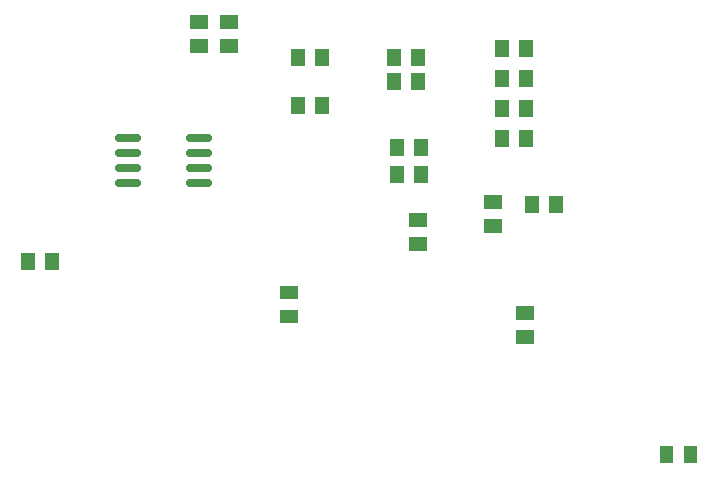
<source format=gbp>
G04 Layer: BottomPasteMaskLayer*
G04 EasyEDA v6.4.19.4, 2021-06-14T19:23:21+03:00*
G04 c287602e535a46618d334795f056a235,b3268d441ec746f5bebdd9f8aa6dfed9,10*
G04 Gerber Generator version 0.2*
G04 Scale: 100 percent, Rotated: No, Reflected: No *
G04 Dimensions in millimeters *
G04 leading zeros omitted , absolute positions ,4 integer and 5 decimal *
%FSLAX45Y45*%
%MOMM*%

%ADD30C,0.7000*%

%LPD*%
D30*
X2011497Y-1899920D02*
G01*
X1861497Y-1899920D01*
X2011497Y-1772920D02*
G01*
X1861497Y-1772920D01*
X2011497Y-1645920D02*
G01*
X1861497Y-1645920D01*
X2011497Y-1518920D02*
G01*
X1861497Y-1518920D01*
X2616014Y-1899920D02*
G01*
X2466017Y-1899920D01*
X2616014Y-1772920D02*
G01*
X2466017Y-1772920D01*
X2616014Y-1645920D02*
G01*
X2466017Y-1645920D01*
X2616014Y-1518920D02*
G01*
X2466017Y-1518920D01*
G36*
X3320288Y-911605D02*
G01*
X3436111Y-911605D01*
X3436111Y-764794D01*
X3320288Y-764794D01*
G37*
G36*
X3523488Y-911605D02*
G01*
X3639311Y-911605D01*
X3639311Y-764794D01*
X3523488Y-764794D01*
G37*
G36*
X3320288Y-1318005D02*
G01*
X3436111Y-1318005D01*
X3436111Y-1171194D01*
X3320288Y-1171194D01*
G37*
G36*
X3523488Y-1318005D02*
G01*
X3639311Y-1318005D01*
X3639311Y-1171194D01*
X3523488Y-1171194D01*
G37*
G36*
X4477511Y-1526794D02*
G01*
X4361688Y-1526794D01*
X4361688Y-1673605D01*
X4477511Y-1673605D01*
G37*
G36*
X4274311Y-1526794D02*
G01*
X4158488Y-1526794D01*
X4158488Y-1673605D01*
X4274311Y-1673605D01*
G37*
G36*
X4452111Y-764794D02*
G01*
X4336288Y-764794D01*
X4336288Y-911605D01*
X4452111Y-911605D01*
G37*
G36*
X4248911Y-764794D02*
G01*
X4133088Y-764794D01*
X4133088Y-911605D01*
X4248911Y-911605D01*
G37*
G36*
X4477511Y-1755394D02*
G01*
X4361688Y-1755394D01*
X4361688Y-1902205D01*
X4477511Y-1902205D01*
G37*
G36*
X4274311Y-1755394D02*
G01*
X4158488Y-1755394D01*
X4158488Y-1902205D01*
X4274311Y-1902205D01*
G37*
G36*
X4452111Y-967994D02*
G01*
X4336288Y-967994D01*
X4336288Y-1114805D01*
X4452111Y-1114805D01*
G37*
G36*
X4248911Y-967994D02*
G01*
X4133088Y-967994D01*
X4133088Y-1114805D01*
X4248911Y-1114805D01*
G37*
G36*
X2720593Y-475487D02*
G01*
X2720593Y-591312D01*
X2867406Y-591312D01*
X2867406Y-475487D01*
G37*
G36*
X2720593Y-678687D02*
G01*
X2720593Y-794512D01*
X2867406Y-794512D01*
X2867406Y-678687D01*
G37*
G36*
X3374643Y-3088131D02*
G01*
X3374643Y-2972307D01*
X3227831Y-2972307D01*
X3227831Y-3088131D01*
G37*
G36*
X3374643Y-2884931D02*
G01*
X3374643Y-2769107D01*
X3227831Y-2769107D01*
X3227831Y-2884931D01*
G37*
G36*
X4467606Y-2470912D02*
G01*
X4467606Y-2355087D01*
X4320793Y-2355087D01*
X4320793Y-2470912D01*
G37*
G36*
X4467606Y-2267712D02*
G01*
X4467606Y-2151887D01*
X4320793Y-2151887D01*
X4320793Y-2267712D01*
G37*
G36*
X5047488Y-835405D02*
G01*
X5163311Y-835405D01*
X5163311Y-688594D01*
X5047488Y-688594D01*
G37*
G36*
X5250688Y-835405D02*
G01*
X5366511Y-835405D01*
X5366511Y-688594D01*
X5250688Y-688594D01*
G37*
G36*
X5047488Y-1089405D02*
G01*
X5163311Y-1089405D01*
X5163311Y-942594D01*
X5047488Y-942594D01*
G37*
G36*
X5250688Y-1089405D02*
G01*
X5366511Y-1089405D01*
X5366511Y-942594D01*
X5250688Y-942594D01*
G37*
G36*
X5047488Y-1343405D02*
G01*
X5163311Y-1343405D01*
X5163311Y-1196594D01*
X5047488Y-1196594D01*
G37*
G36*
X5250688Y-1343405D02*
G01*
X5366511Y-1343405D01*
X5366511Y-1196594D01*
X5250688Y-1196594D01*
G37*
G36*
X5047488Y-1597405D02*
G01*
X5163311Y-1597405D01*
X5163311Y-1450594D01*
X5047488Y-1450594D01*
G37*
G36*
X5250688Y-1597405D02*
G01*
X5366511Y-1597405D01*
X5366511Y-1450594D01*
X5250688Y-1450594D01*
G37*
G36*
X6757924Y-4126484D02*
G01*
X6642100Y-4126484D01*
X6642100Y-4273295D01*
X6757924Y-4273295D01*
G37*
G36*
X6554724Y-4126484D02*
G01*
X6438900Y-4126484D01*
X6438900Y-4273295D01*
X6554724Y-4273295D01*
G37*
G36*
X1034287Y-2638805D02*
G01*
X1150112Y-2638805D01*
X1150112Y-2491994D01*
X1034287Y-2491994D01*
G37*
G36*
X1237487Y-2638805D02*
G01*
X1353312Y-2638805D01*
X1353312Y-2491994D01*
X1237487Y-2491994D01*
G37*
G36*
X5226811Y-2942336D02*
G01*
X5226811Y-3058160D01*
X5373624Y-3058160D01*
X5373624Y-2942336D01*
G37*
G36*
X5226811Y-3145536D02*
G01*
X5226811Y-3261360D01*
X5373624Y-3261360D01*
X5373624Y-3145536D01*
G37*
G36*
X5102606Y-2318512D02*
G01*
X5102606Y-2202687D01*
X4955793Y-2202687D01*
X4955793Y-2318512D01*
G37*
G36*
X5102606Y-2115312D02*
G01*
X5102606Y-1999487D01*
X4955793Y-1999487D01*
X4955793Y-2115312D01*
G37*
G36*
X5301488Y-2156205D02*
G01*
X5417311Y-2156205D01*
X5417311Y-2009394D01*
X5301488Y-2009394D01*
G37*
G36*
X5504688Y-2156205D02*
G01*
X5620511Y-2156205D01*
X5620511Y-2009394D01*
X5504688Y-2009394D01*
G37*
G36*
X2466593Y-475487D02*
G01*
X2466593Y-591312D01*
X2613406Y-591312D01*
X2613406Y-475487D01*
G37*
G36*
X2466593Y-678687D02*
G01*
X2466593Y-794512D01*
X2613406Y-794512D01*
X2613406Y-678687D01*
G37*
M02*

</source>
